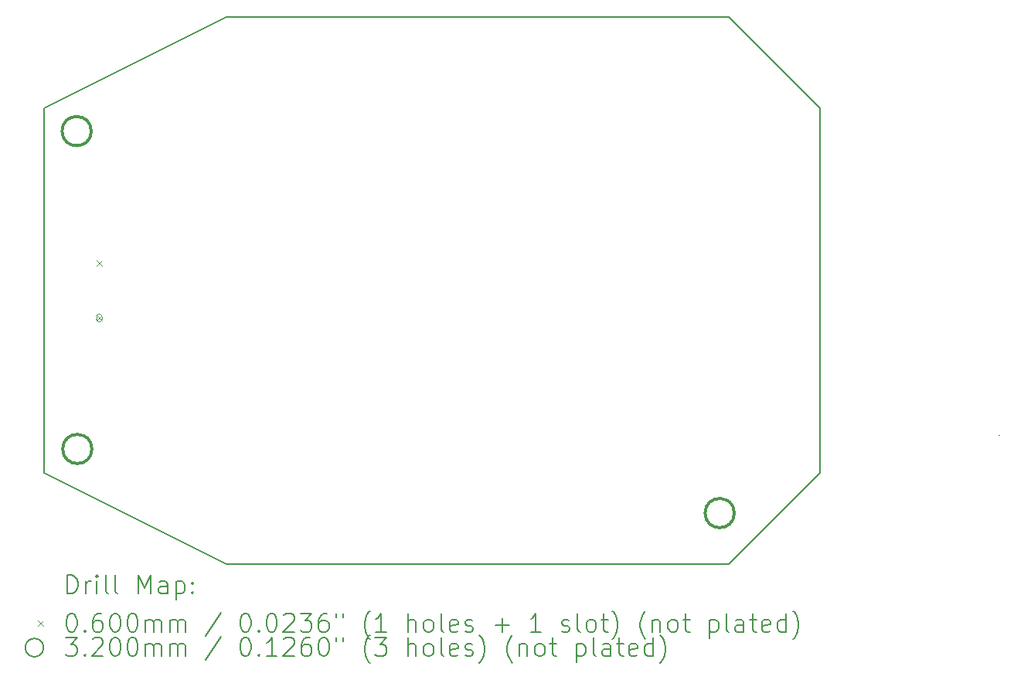
<source format=gbr>
%TF.GenerationSoftware,KiCad,Pcbnew,7.0.9*%
%TF.CreationDate,2024-01-25T12:40:42-06:00*%
%TF.ProjectId,Stupid_FOCer,53747570-6964-45f4-964f-4365722e6b69,1*%
%TF.SameCoordinates,Original*%
%TF.FileFunction,Drillmap*%
%TF.FilePolarity,Positive*%
%FSLAX45Y45*%
G04 Gerber Fmt 4.5, Leading zero omitted, Abs format (unit mm)*
G04 Created by KiCad (PCBNEW 7.0.9) date 2024-01-25 12:40:42*
%MOMM*%
%LPD*%
G01*
G04 APERTURE LIST*
%ADD10C,0.150000*%
%ADD11C,0.200000*%
%ADD12C,0.100000*%
%ADD13C,0.320000*%
G04 APERTURE END LIST*
D10*
X12000000Y-13000000D02*
X17500000Y-13000000D01*
X10000000Y-12000000D02*
X12000000Y-13000000D01*
X18500000Y-8000000D02*
X17500000Y-7000000D01*
X18500000Y-12000000D02*
X18500000Y-8000000D01*
X10000000Y-8000000D02*
X12000000Y-7000000D01*
X10000000Y-8000000D02*
X10000000Y-12000000D01*
X20460876Y-11582500D02*
X20460876Y-11582500D01*
X17500000Y-7000000D02*
X12000000Y-7000000D01*
X17500000Y-13000000D02*
X18500000Y-12000000D01*
D11*
D12*
X10571036Y-9670000D02*
X10631036Y-9730000D01*
X10631036Y-9670000D02*
X10571036Y-9730000D01*
X10571036Y-10270000D02*
X10631036Y-10330000D01*
X10631036Y-10270000D02*
X10571036Y-10330000D01*
X10571036Y-10287500D02*
X10571036Y-10312500D01*
X10571036Y-10312500D02*
G75*
G03*
X10631036Y-10312500I30000J0D01*
G01*
X10631036Y-10312500D02*
X10631036Y-10287500D01*
X10631036Y-10287500D02*
G75*
G03*
X10571036Y-10287500I-30000J0D01*
G01*
D13*
X10515000Y-8252500D02*
G75*
G03*
X10515000Y-8252500I-160000J0D01*
G01*
X10522500Y-11735000D02*
G75*
G03*
X10522500Y-11735000I-160000J0D01*
G01*
X17560000Y-12437500D02*
G75*
G03*
X17560000Y-12437500I-160000J0D01*
G01*
D11*
X10253277Y-13318984D02*
X10253277Y-13118984D01*
X10253277Y-13118984D02*
X10300896Y-13118984D01*
X10300896Y-13118984D02*
X10329467Y-13128508D01*
X10329467Y-13128508D02*
X10348515Y-13147555D01*
X10348515Y-13147555D02*
X10358039Y-13166603D01*
X10358039Y-13166603D02*
X10367563Y-13204698D01*
X10367563Y-13204698D02*
X10367563Y-13233269D01*
X10367563Y-13233269D02*
X10358039Y-13271365D01*
X10358039Y-13271365D02*
X10348515Y-13290412D01*
X10348515Y-13290412D02*
X10329467Y-13309460D01*
X10329467Y-13309460D02*
X10300896Y-13318984D01*
X10300896Y-13318984D02*
X10253277Y-13318984D01*
X10453277Y-13318984D02*
X10453277Y-13185650D01*
X10453277Y-13223746D02*
X10462801Y-13204698D01*
X10462801Y-13204698D02*
X10472324Y-13195174D01*
X10472324Y-13195174D02*
X10491372Y-13185650D01*
X10491372Y-13185650D02*
X10510420Y-13185650D01*
X10577086Y-13318984D02*
X10577086Y-13185650D01*
X10577086Y-13118984D02*
X10567563Y-13128508D01*
X10567563Y-13128508D02*
X10577086Y-13138031D01*
X10577086Y-13138031D02*
X10586610Y-13128508D01*
X10586610Y-13128508D02*
X10577086Y-13118984D01*
X10577086Y-13118984D02*
X10577086Y-13138031D01*
X10700896Y-13318984D02*
X10681848Y-13309460D01*
X10681848Y-13309460D02*
X10672324Y-13290412D01*
X10672324Y-13290412D02*
X10672324Y-13118984D01*
X10805658Y-13318984D02*
X10786610Y-13309460D01*
X10786610Y-13309460D02*
X10777086Y-13290412D01*
X10777086Y-13290412D02*
X10777086Y-13118984D01*
X11034229Y-13318984D02*
X11034229Y-13118984D01*
X11034229Y-13118984D02*
X11100896Y-13261841D01*
X11100896Y-13261841D02*
X11167563Y-13118984D01*
X11167563Y-13118984D02*
X11167563Y-13318984D01*
X11348515Y-13318984D02*
X11348515Y-13214222D01*
X11348515Y-13214222D02*
X11338991Y-13195174D01*
X11338991Y-13195174D02*
X11319943Y-13185650D01*
X11319943Y-13185650D02*
X11281848Y-13185650D01*
X11281848Y-13185650D02*
X11262801Y-13195174D01*
X11348515Y-13309460D02*
X11329467Y-13318984D01*
X11329467Y-13318984D02*
X11281848Y-13318984D01*
X11281848Y-13318984D02*
X11262801Y-13309460D01*
X11262801Y-13309460D02*
X11253277Y-13290412D01*
X11253277Y-13290412D02*
X11253277Y-13271365D01*
X11253277Y-13271365D02*
X11262801Y-13252317D01*
X11262801Y-13252317D02*
X11281848Y-13242793D01*
X11281848Y-13242793D02*
X11329467Y-13242793D01*
X11329467Y-13242793D02*
X11348515Y-13233269D01*
X11443753Y-13185650D02*
X11443753Y-13385650D01*
X11443753Y-13195174D02*
X11462801Y-13185650D01*
X11462801Y-13185650D02*
X11500896Y-13185650D01*
X11500896Y-13185650D02*
X11519943Y-13195174D01*
X11519943Y-13195174D02*
X11529467Y-13204698D01*
X11529467Y-13204698D02*
X11538991Y-13223746D01*
X11538991Y-13223746D02*
X11538991Y-13280888D01*
X11538991Y-13280888D02*
X11529467Y-13299936D01*
X11529467Y-13299936D02*
X11519943Y-13309460D01*
X11519943Y-13309460D02*
X11500896Y-13318984D01*
X11500896Y-13318984D02*
X11462801Y-13318984D01*
X11462801Y-13318984D02*
X11443753Y-13309460D01*
X11624705Y-13299936D02*
X11634229Y-13309460D01*
X11634229Y-13309460D02*
X11624705Y-13318984D01*
X11624705Y-13318984D02*
X11615182Y-13309460D01*
X11615182Y-13309460D02*
X11624705Y-13299936D01*
X11624705Y-13299936D02*
X11624705Y-13318984D01*
X11624705Y-13195174D02*
X11634229Y-13204698D01*
X11634229Y-13204698D02*
X11624705Y-13214222D01*
X11624705Y-13214222D02*
X11615182Y-13204698D01*
X11615182Y-13204698D02*
X11624705Y-13195174D01*
X11624705Y-13195174D02*
X11624705Y-13214222D01*
D12*
X9932500Y-13617500D02*
X9992500Y-13677500D01*
X9992500Y-13617500D02*
X9932500Y-13677500D01*
D11*
X10291372Y-13538984D02*
X10310420Y-13538984D01*
X10310420Y-13538984D02*
X10329467Y-13548508D01*
X10329467Y-13548508D02*
X10338991Y-13558031D01*
X10338991Y-13558031D02*
X10348515Y-13577079D01*
X10348515Y-13577079D02*
X10358039Y-13615174D01*
X10358039Y-13615174D02*
X10358039Y-13662793D01*
X10358039Y-13662793D02*
X10348515Y-13700888D01*
X10348515Y-13700888D02*
X10338991Y-13719936D01*
X10338991Y-13719936D02*
X10329467Y-13729460D01*
X10329467Y-13729460D02*
X10310420Y-13738984D01*
X10310420Y-13738984D02*
X10291372Y-13738984D01*
X10291372Y-13738984D02*
X10272324Y-13729460D01*
X10272324Y-13729460D02*
X10262801Y-13719936D01*
X10262801Y-13719936D02*
X10253277Y-13700888D01*
X10253277Y-13700888D02*
X10243753Y-13662793D01*
X10243753Y-13662793D02*
X10243753Y-13615174D01*
X10243753Y-13615174D02*
X10253277Y-13577079D01*
X10253277Y-13577079D02*
X10262801Y-13558031D01*
X10262801Y-13558031D02*
X10272324Y-13548508D01*
X10272324Y-13548508D02*
X10291372Y-13538984D01*
X10443753Y-13719936D02*
X10453277Y-13729460D01*
X10453277Y-13729460D02*
X10443753Y-13738984D01*
X10443753Y-13738984D02*
X10434229Y-13729460D01*
X10434229Y-13729460D02*
X10443753Y-13719936D01*
X10443753Y-13719936D02*
X10443753Y-13738984D01*
X10624705Y-13538984D02*
X10586610Y-13538984D01*
X10586610Y-13538984D02*
X10567563Y-13548508D01*
X10567563Y-13548508D02*
X10558039Y-13558031D01*
X10558039Y-13558031D02*
X10538991Y-13586603D01*
X10538991Y-13586603D02*
X10529467Y-13624698D01*
X10529467Y-13624698D02*
X10529467Y-13700888D01*
X10529467Y-13700888D02*
X10538991Y-13719936D01*
X10538991Y-13719936D02*
X10548515Y-13729460D01*
X10548515Y-13729460D02*
X10567563Y-13738984D01*
X10567563Y-13738984D02*
X10605658Y-13738984D01*
X10605658Y-13738984D02*
X10624705Y-13729460D01*
X10624705Y-13729460D02*
X10634229Y-13719936D01*
X10634229Y-13719936D02*
X10643753Y-13700888D01*
X10643753Y-13700888D02*
X10643753Y-13653269D01*
X10643753Y-13653269D02*
X10634229Y-13634222D01*
X10634229Y-13634222D02*
X10624705Y-13624698D01*
X10624705Y-13624698D02*
X10605658Y-13615174D01*
X10605658Y-13615174D02*
X10567563Y-13615174D01*
X10567563Y-13615174D02*
X10548515Y-13624698D01*
X10548515Y-13624698D02*
X10538991Y-13634222D01*
X10538991Y-13634222D02*
X10529467Y-13653269D01*
X10767563Y-13538984D02*
X10786610Y-13538984D01*
X10786610Y-13538984D02*
X10805658Y-13548508D01*
X10805658Y-13548508D02*
X10815182Y-13558031D01*
X10815182Y-13558031D02*
X10824705Y-13577079D01*
X10824705Y-13577079D02*
X10834229Y-13615174D01*
X10834229Y-13615174D02*
X10834229Y-13662793D01*
X10834229Y-13662793D02*
X10824705Y-13700888D01*
X10824705Y-13700888D02*
X10815182Y-13719936D01*
X10815182Y-13719936D02*
X10805658Y-13729460D01*
X10805658Y-13729460D02*
X10786610Y-13738984D01*
X10786610Y-13738984D02*
X10767563Y-13738984D01*
X10767563Y-13738984D02*
X10748515Y-13729460D01*
X10748515Y-13729460D02*
X10738991Y-13719936D01*
X10738991Y-13719936D02*
X10729467Y-13700888D01*
X10729467Y-13700888D02*
X10719944Y-13662793D01*
X10719944Y-13662793D02*
X10719944Y-13615174D01*
X10719944Y-13615174D02*
X10729467Y-13577079D01*
X10729467Y-13577079D02*
X10738991Y-13558031D01*
X10738991Y-13558031D02*
X10748515Y-13548508D01*
X10748515Y-13548508D02*
X10767563Y-13538984D01*
X10958039Y-13538984D02*
X10977086Y-13538984D01*
X10977086Y-13538984D02*
X10996134Y-13548508D01*
X10996134Y-13548508D02*
X11005658Y-13558031D01*
X11005658Y-13558031D02*
X11015182Y-13577079D01*
X11015182Y-13577079D02*
X11024705Y-13615174D01*
X11024705Y-13615174D02*
X11024705Y-13662793D01*
X11024705Y-13662793D02*
X11015182Y-13700888D01*
X11015182Y-13700888D02*
X11005658Y-13719936D01*
X11005658Y-13719936D02*
X10996134Y-13729460D01*
X10996134Y-13729460D02*
X10977086Y-13738984D01*
X10977086Y-13738984D02*
X10958039Y-13738984D01*
X10958039Y-13738984D02*
X10938991Y-13729460D01*
X10938991Y-13729460D02*
X10929467Y-13719936D01*
X10929467Y-13719936D02*
X10919944Y-13700888D01*
X10919944Y-13700888D02*
X10910420Y-13662793D01*
X10910420Y-13662793D02*
X10910420Y-13615174D01*
X10910420Y-13615174D02*
X10919944Y-13577079D01*
X10919944Y-13577079D02*
X10929467Y-13558031D01*
X10929467Y-13558031D02*
X10938991Y-13548508D01*
X10938991Y-13548508D02*
X10958039Y-13538984D01*
X11110420Y-13738984D02*
X11110420Y-13605650D01*
X11110420Y-13624698D02*
X11119944Y-13615174D01*
X11119944Y-13615174D02*
X11138991Y-13605650D01*
X11138991Y-13605650D02*
X11167563Y-13605650D01*
X11167563Y-13605650D02*
X11186610Y-13615174D01*
X11186610Y-13615174D02*
X11196134Y-13634222D01*
X11196134Y-13634222D02*
X11196134Y-13738984D01*
X11196134Y-13634222D02*
X11205658Y-13615174D01*
X11205658Y-13615174D02*
X11224705Y-13605650D01*
X11224705Y-13605650D02*
X11253277Y-13605650D01*
X11253277Y-13605650D02*
X11272324Y-13615174D01*
X11272324Y-13615174D02*
X11281848Y-13634222D01*
X11281848Y-13634222D02*
X11281848Y-13738984D01*
X11377086Y-13738984D02*
X11377086Y-13605650D01*
X11377086Y-13624698D02*
X11386610Y-13615174D01*
X11386610Y-13615174D02*
X11405658Y-13605650D01*
X11405658Y-13605650D02*
X11434229Y-13605650D01*
X11434229Y-13605650D02*
X11453277Y-13615174D01*
X11453277Y-13615174D02*
X11462801Y-13634222D01*
X11462801Y-13634222D02*
X11462801Y-13738984D01*
X11462801Y-13634222D02*
X11472324Y-13615174D01*
X11472324Y-13615174D02*
X11491372Y-13605650D01*
X11491372Y-13605650D02*
X11519943Y-13605650D01*
X11519943Y-13605650D02*
X11538991Y-13615174D01*
X11538991Y-13615174D02*
X11548515Y-13634222D01*
X11548515Y-13634222D02*
X11548515Y-13738984D01*
X11938991Y-13529460D02*
X11767563Y-13786603D01*
X12196134Y-13538984D02*
X12215182Y-13538984D01*
X12215182Y-13538984D02*
X12234229Y-13548508D01*
X12234229Y-13548508D02*
X12243753Y-13558031D01*
X12243753Y-13558031D02*
X12253277Y-13577079D01*
X12253277Y-13577079D02*
X12262801Y-13615174D01*
X12262801Y-13615174D02*
X12262801Y-13662793D01*
X12262801Y-13662793D02*
X12253277Y-13700888D01*
X12253277Y-13700888D02*
X12243753Y-13719936D01*
X12243753Y-13719936D02*
X12234229Y-13729460D01*
X12234229Y-13729460D02*
X12215182Y-13738984D01*
X12215182Y-13738984D02*
X12196134Y-13738984D01*
X12196134Y-13738984D02*
X12177086Y-13729460D01*
X12177086Y-13729460D02*
X12167563Y-13719936D01*
X12167563Y-13719936D02*
X12158039Y-13700888D01*
X12158039Y-13700888D02*
X12148515Y-13662793D01*
X12148515Y-13662793D02*
X12148515Y-13615174D01*
X12148515Y-13615174D02*
X12158039Y-13577079D01*
X12158039Y-13577079D02*
X12167563Y-13558031D01*
X12167563Y-13558031D02*
X12177086Y-13548508D01*
X12177086Y-13548508D02*
X12196134Y-13538984D01*
X12348515Y-13719936D02*
X12358039Y-13729460D01*
X12358039Y-13729460D02*
X12348515Y-13738984D01*
X12348515Y-13738984D02*
X12338991Y-13729460D01*
X12338991Y-13729460D02*
X12348515Y-13719936D01*
X12348515Y-13719936D02*
X12348515Y-13738984D01*
X12481848Y-13538984D02*
X12500896Y-13538984D01*
X12500896Y-13538984D02*
X12519944Y-13548508D01*
X12519944Y-13548508D02*
X12529467Y-13558031D01*
X12529467Y-13558031D02*
X12538991Y-13577079D01*
X12538991Y-13577079D02*
X12548515Y-13615174D01*
X12548515Y-13615174D02*
X12548515Y-13662793D01*
X12548515Y-13662793D02*
X12538991Y-13700888D01*
X12538991Y-13700888D02*
X12529467Y-13719936D01*
X12529467Y-13719936D02*
X12519944Y-13729460D01*
X12519944Y-13729460D02*
X12500896Y-13738984D01*
X12500896Y-13738984D02*
X12481848Y-13738984D01*
X12481848Y-13738984D02*
X12462801Y-13729460D01*
X12462801Y-13729460D02*
X12453277Y-13719936D01*
X12453277Y-13719936D02*
X12443753Y-13700888D01*
X12443753Y-13700888D02*
X12434229Y-13662793D01*
X12434229Y-13662793D02*
X12434229Y-13615174D01*
X12434229Y-13615174D02*
X12443753Y-13577079D01*
X12443753Y-13577079D02*
X12453277Y-13558031D01*
X12453277Y-13558031D02*
X12462801Y-13548508D01*
X12462801Y-13548508D02*
X12481848Y-13538984D01*
X12624706Y-13558031D02*
X12634229Y-13548508D01*
X12634229Y-13548508D02*
X12653277Y-13538984D01*
X12653277Y-13538984D02*
X12700896Y-13538984D01*
X12700896Y-13538984D02*
X12719944Y-13548508D01*
X12719944Y-13548508D02*
X12729467Y-13558031D01*
X12729467Y-13558031D02*
X12738991Y-13577079D01*
X12738991Y-13577079D02*
X12738991Y-13596127D01*
X12738991Y-13596127D02*
X12729467Y-13624698D01*
X12729467Y-13624698D02*
X12615182Y-13738984D01*
X12615182Y-13738984D02*
X12738991Y-13738984D01*
X12805658Y-13538984D02*
X12929467Y-13538984D01*
X12929467Y-13538984D02*
X12862801Y-13615174D01*
X12862801Y-13615174D02*
X12891372Y-13615174D01*
X12891372Y-13615174D02*
X12910420Y-13624698D01*
X12910420Y-13624698D02*
X12919944Y-13634222D01*
X12919944Y-13634222D02*
X12929467Y-13653269D01*
X12929467Y-13653269D02*
X12929467Y-13700888D01*
X12929467Y-13700888D02*
X12919944Y-13719936D01*
X12919944Y-13719936D02*
X12910420Y-13729460D01*
X12910420Y-13729460D02*
X12891372Y-13738984D01*
X12891372Y-13738984D02*
X12834229Y-13738984D01*
X12834229Y-13738984D02*
X12815182Y-13729460D01*
X12815182Y-13729460D02*
X12805658Y-13719936D01*
X13100896Y-13538984D02*
X13062801Y-13538984D01*
X13062801Y-13538984D02*
X13043753Y-13548508D01*
X13043753Y-13548508D02*
X13034229Y-13558031D01*
X13034229Y-13558031D02*
X13015182Y-13586603D01*
X13015182Y-13586603D02*
X13005658Y-13624698D01*
X13005658Y-13624698D02*
X13005658Y-13700888D01*
X13005658Y-13700888D02*
X13015182Y-13719936D01*
X13015182Y-13719936D02*
X13024706Y-13729460D01*
X13024706Y-13729460D02*
X13043753Y-13738984D01*
X13043753Y-13738984D02*
X13081848Y-13738984D01*
X13081848Y-13738984D02*
X13100896Y-13729460D01*
X13100896Y-13729460D02*
X13110420Y-13719936D01*
X13110420Y-13719936D02*
X13119944Y-13700888D01*
X13119944Y-13700888D02*
X13119944Y-13653269D01*
X13119944Y-13653269D02*
X13110420Y-13634222D01*
X13110420Y-13634222D02*
X13100896Y-13624698D01*
X13100896Y-13624698D02*
X13081848Y-13615174D01*
X13081848Y-13615174D02*
X13043753Y-13615174D01*
X13043753Y-13615174D02*
X13024706Y-13624698D01*
X13024706Y-13624698D02*
X13015182Y-13634222D01*
X13015182Y-13634222D02*
X13005658Y-13653269D01*
X13196134Y-13538984D02*
X13196134Y-13577079D01*
X13272325Y-13538984D02*
X13272325Y-13577079D01*
X13567563Y-13815174D02*
X13558039Y-13805650D01*
X13558039Y-13805650D02*
X13538991Y-13777079D01*
X13538991Y-13777079D02*
X13529468Y-13758031D01*
X13529468Y-13758031D02*
X13519944Y-13729460D01*
X13519944Y-13729460D02*
X13510420Y-13681841D01*
X13510420Y-13681841D02*
X13510420Y-13643746D01*
X13510420Y-13643746D02*
X13519944Y-13596127D01*
X13519944Y-13596127D02*
X13529468Y-13567555D01*
X13529468Y-13567555D02*
X13538991Y-13548508D01*
X13538991Y-13548508D02*
X13558039Y-13519936D01*
X13558039Y-13519936D02*
X13567563Y-13510412D01*
X13748515Y-13738984D02*
X13634229Y-13738984D01*
X13691372Y-13738984D02*
X13691372Y-13538984D01*
X13691372Y-13538984D02*
X13672325Y-13567555D01*
X13672325Y-13567555D02*
X13653277Y-13586603D01*
X13653277Y-13586603D02*
X13634229Y-13596127D01*
X13986610Y-13738984D02*
X13986610Y-13538984D01*
X14072325Y-13738984D02*
X14072325Y-13634222D01*
X14072325Y-13634222D02*
X14062801Y-13615174D01*
X14062801Y-13615174D02*
X14043753Y-13605650D01*
X14043753Y-13605650D02*
X14015182Y-13605650D01*
X14015182Y-13605650D02*
X13996134Y-13615174D01*
X13996134Y-13615174D02*
X13986610Y-13624698D01*
X14196134Y-13738984D02*
X14177087Y-13729460D01*
X14177087Y-13729460D02*
X14167563Y-13719936D01*
X14167563Y-13719936D02*
X14158039Y-13700888D01*
X14158039Y-13700888D02*
X14158039Y-13643746D01*
X14158039Y-13643746D02*
X14167563Y-13624698D01*
X14167563Y-13624698D02*
X14177087Y-13615174D01*
X14177087Y-13615174D02*
X14196134Y-13605650D01*
X14196134Y-13605650D02*
X14224706Y-13605650D01*
X14224706Y-13605650D02*
X14243753Y-13615174D01*
X14243753Y-13615174D02*
X14253277Y-13624698D01*
X14253277Y-13624698D02*
X14262801Y-13643746D01*
X14262801Y-13643746D02*
X14262801Y-13700888D01*
X14262801Y-13700888D02*
X14253277Y-13719936D01*
X14253277Y-13719936D02*
X14243753Y-13729460D01*
X14243753Y-13729460D02*
X14224706Y-13738984D01*
X14224706Y-13738984D02*
X14196134Y-13738984D01*
X14377087Y-13738984D02*
X14358039Y-13729460D01*
X14358039Y-13729460D02*
X14348515Y-13710412D01*
X14348515Y-13710412D02*
X14348515Y-13538984D01*
X14529468Y-13729460D02*
X14510420Y-13738984D01*
X14510420Y-13738984D02*
X14472325Y-13738984D01*
X14472325Y-13738984D02*
X14453277Y-13729460D01*
X14453277Y-13729460D02*
X14443753Y-13710412D01*
X14443753Y-13710412D02*
X14443753Y-13634222D01*
X14443753Y-13634222D02*
X14453277Y-13615174D01*
X14453277Y-13615174D02*
X14472325Y-13605650D01*
X14472325Y-13605650D02*
X14510420Y-13605650D01*
X14510420Y-13605650D02*
X14529468Y-13615174D01*
X14529468Y-13615174D02*
X14538991Y-13634222D01*
X14538991Y-13634222D02*
X14538991Y-13653269D01*
X14538991Y-13653269D02*
X14443753Y-13672317D01*
X14615182Y-13729460D02*
X14634230Y-13738984D01*
X14634230Y-13738984D02*
X14672325Y-13738984D01*
X14672325Y-13738984D02*
X14691372Y-13729460D01*
X14691372Y-13729460D02*
X14700896Y-13710412D01*
X14700896Y-13710412D02*
X14700896Y-13700888D01*
X14700896Y-13700888D02*
X14691372Y-13681841D01*
X14691372Y-13681841D02*
X14672325Y-13672317D01*
X14672325Y-13672317D02*
X14643753Y-13672317D01*
X14643753Y-13672317D02*
X14624706Y-13662793D01*
X14624706Y-13662793D02*
X14615182Y-13643746D01*
X14615182Y-13643746D02*
X14615182Y-13634222D01*
X14615182Y-13634222D02*
X14624706Y-13615174D01*
X14624706Y-13615174D02*
X14643753Y-13605650D01*
X14643753Y-13605650D02*
X14672325Y-13605650D01*
X14672325Y-13605650D02*
X14691372Y-13615174D01*
X14938992Y-13662793D02*
X15091373Y-13662793D01*
X15015182Y-13738984D02*
X15015182Y-13586603D01*
X15443753Y-13738984D02*
X15329468Y-13738984D01*
X15386611Y-13738984D02*
X15386611Y-13538984D01*
X15386611Y-13538984D02*
X15367563Y-13567555D01*
X15367563Y-13567555D02*
X15348515Y-13586603D01*
X15348515Y-13586603D02*
X15329468Y-13596127D01*
X15672325Y-13729460D02*
X15691373Y-13738984D01*
X15691373Y-13738984D02*
X15729468Y-13738984D01*
X15729468Y-13738984D02*
X15748515Y-13729460D01*
X15748515Y-13729460D02*
X15758039Y-13710412D01*
X15758039Y-13710412D02*
X15758039Y-13700888D01*
X15758039Y-13700888D02*
X15748515Y-13681841D01*
X15748515Y-13681841D02*
X15729468Y-13672317D01*
X15729468Y-13672317D02*
X15700896Y-13672317D01*
X15700896Y-13672317D02*
X15681849Y-13662793D01*
X15681849Y-13662793D02*
X15672325Y-13643746D01*
X15672325Y-13643746D02*
X15672325Y-13634222D01*
X15672325Y-13634222D02*
X15681849Y-13615174D01*
X15681849Y-13615174D02*
X15700896Y-13605650D01*
X15700896Y-13605650D02*
X15729468Y-13605650D01*
X15729468Y-13605650D02*
X15748515Y-13615174D01*
X15872325Y-13738984D02*
X15853277Y-13729460D01*
X15853277Y-13729460D02*
X15843754Y-13710412D01*
X15843754Y-13710412D02*
X15843754Y-13538984D01*
X15977087Y-13738984D02*
X15958039Y-13729460D01*
X15958039Y-13729460D02*
X15948515Y-13719936D01*
X15948515Y-13719936D02*
X15938992Y-13700888D01*
X15938992Y-13700888D02*
X15938992Y-13643746D01*
X15938992Y-13643746D02*
X15948515Y-13624698D01*
X15948515Y-13624698D02*
X15958039Y-13615174D01*
X15958039Y-13615174D02*
X15977087Y-13605650D01*
X15977087Y-13605650D02*
X16005658Y-13605650D01*
X16005658Y-13605650D02*
X16024706Y-13615174D01*
X16024706Y-13615174D02*
X16034230Y-13624698D01*
X16034230Y-13624698D02*
X16043754Y-13643746D01*
X16043754Y-13643746D02*
X16043754Y-13700888D01*
X16043754Y-13700888D02*
X16034230Y-13719936D01*
X16034230Y-13719936D02*
X16024706Y-13729460D01*
X16024706Y-13729460D02*
X16005658Y-13738984D01*
X16005658Y-13738984D02*
X15977087Y-13738984D01*
X16100896Y-13605650D02*
X16177087Y-13605650D01*
X16129468Y-13538984D02*
X16129468Y-13710412D01*
X16129468Y-13710412D02*
X16138992Y-13729460D01*
X16138992Y-13729460D02*
X16158039Y-13738984D01*
X16158039Y-13738984D02*
X16177087Y-13738984D01*
X16224706Y-13815174D02*
X16234230Y-13805650D01*
X16234230Y-13805650D02*
X16253277Y-13777079D01*
X16253277Y-13777079D02*
X16262801Y-13758031D01*
X16262801Y-13758031D02*
X16272325Y-13729460D01*
X16272325Y-13729460D02*
X16281849Y-13681841D01*
X16281849Y-13681841D02*
X16281849Y-13643746D01*
X16281849Y-13643746D02*
X16272325Y-13596127D01*
X16272325Y-13596127D02*
X16262801Y-13567555D01*
X16262801Y-13567555D02*
X16253277Y-13548508D01*
X16253277Y-13548508D02*
X16234230Y-13519936D01*
X16234230Y-13519936D02*
X16224706Y-13510412D01*
X16586611Y-13815174D02*
X16577087Y-13805650D01*
X16577087Y-13805650D02*
X16558039Y-13777079D01*
X16558039Y-13777079D02*
X16548515Y-13758031D01*
X16548515Y-13758031D02*
X16538992Y-13729460D01*
X16538992Y-13729460D02*
X16529468Y-13681841D01*
X16529468Y-13681841D02*
X16529468Y-13643746D01*
X16529468Y-13643746D02*
X16538992Y-13596127D01*
X16538992Y-13596127D02*
X16548515Y-13567555D01*
X16548515Y-13567555D02*
X16558039Y-13548508D01*
X16558039Y-13548508D02*
X16577087Y-13519936D01*
X16577087Y-13519936D02*
X16586611Y-13510412D01*
X16662801Y-13605650D02*
X16662801Y-13738984D01*
X16662801Y-13624698D02*
X16672325Y-13615174D01*
X16672325Y-13615174D02*
X16691373Y-13605650D01*
X16691373Y-13605650D02*
X16719944Y-13605650D01*
X16719944Y-13605650D02*
X16738992Y-13615174D01*
X16738992Y-13615174D02*
X16748515Y-13634222D01*
X16748515Y-13634222D02*
X16748515Y-13738984D01*
X16872325Y-13738984D02*
X16853277Y-13729460D01*
X16853277Y-13729460D02*
X16843754Y-13719936D01*
X16843754Y-13719936D02*
X16834230Y-13700888D01*
X16834230Y-13700888D02*
X16834230Y-13643746D01*
X16834230Y-13643746D02*
X16843754Y-13624698D01*
X16843754Y-13624698D02*
X16853277Y-13615174D01*
X16853277Y-13615174D02*
X16872325Y-13605650D01*
X16872325Y-13605650D02*
X16900897Y-13605650D01*
X16900897Y-13605650D02*
X16919944Y-13615174D01*
X16919944Y-13615174D02*
X16929468Y-13624698D01*
X16929468Y-13624698D02*
X16938992Y-13643746D01*
X16938992Y-13643746D02*
X16938992Y-13700888D01*
X16938992Y-13700888D02*
X16929468Y-13719936D01*
X16929468Y-13719936D02*
X16919944Y-13729460D01*
X16919944Y-13729460D02*
X16900897Y-13738984D01*
X16900897Y-13738984D02*
X16872325Y-13738984D01*
X16996135Y-13605650D02*
X17072325Y-13605650D01*
X17024706Y-13538984D02*
X17024706Y-13710412D01*
X17024706Y-13710412D02*
X17034230Y-13729460D01*
X17034230Y-13729460D02*
X17053277Y-13738984D01*
X17053277Y-13738984D02*
X17072325Y-13738984D01*
X17291373Y-13605650D02*
X17291373Y-13805650D01*
X17291373Y-13615174D02*
X17310420Y-13605650D01*
X17310420Y-13605650D02*
X17348516Y-13605650D01*
X17348516Y-13605650D02*
X17367563Y-13615174D01*
X17367563Y-13615174D02*
X17377087Y-13624698D01*
X17377087Y-13624698D02*
X17386611Y-13643746D01*
X17386611Y-13643746D02*
X17386611Y-13700888D01*
X17386611Y-13700888D02*
X17377087Y-13719936D01*
X17377087Y-13719936D02*
X17367563Y-13729460D01*
X17367563Y-13729460D02*
X17348516Y-13738984D01*
X17348516Y-13738984D02*
X17310420Y-13738984D01*
X17310420Y-13738984D02*
X17291373Y-13729460D01*
X17500897Y-13738984D02*
X17481849Y-13729460D01*
X17481849Y-13729460D02*
X17472325Y-13710412D01*
X17472325Y-13710412D02*
X17472325Y-13538984D01*
X17662801Y-13738984D02*
X17662801Y-13634222D01*
X17662801Y-13634222D02*
X17653278Y-13615174D01*
X17653278Y-13615174D02*
X17634230Y-13605650D01*
X17634230Y-13605650D02*
X17596135Y-13605650D01*
X17596135Y-13605650D02*
X17577087Y-13615174D01*
X17662801Y-13729460D02*
X17643754Y-13738984D01*
X17643754Y-13738984D02*
X17596135Y-13738984D01*
X17596135Y-13738984D02*
X17577087Y-13729460D01*
X17577087Y-13729460D02*
X17567563Y-13710412D01*
X17567563Y-13710412D02*
X17567563Y-13691365D01*
X17567563Y-13691365D02*
X17577087Y-13672317D01*
X17577087Y-13672317D02*
X17596135Y-13662793D01*
X17596135Y-13662793D02*
X17643754Y-13662793D01*
X17643754Y-13662793D02*
X17662801Y-13653269D01*
X17729468Y-13605650D02*
X17805658Y-13605650D01*
X17758039Y-13538984D02*
X17758039Y-13710412D01*
X17758039Y-13710412D02*
X17767563Y-13729460D01*
X17767563Y-13729460D02*
X17786611Y-13738984D01*
X17786611Y-13738984D02*
X17805658Y-13738984D01*
X17948516Y-13729460D02*
X17929468Y-13738984D01*
X17929468Y-13738984D02*
X17891373Y-13738984D01*
X17891373Y-13738984D02*
X17872325Y-13729460D01*
X17872325Y-13729460D02*
X17862801Y-13710412D01*
X17862801Y-13710412D02*
X17862801Y-13634222D01*
X17862801Y-13634222D02*
X17872325Y-13615174D01*
X17872325Y-13615174D02*
X17891373Y-13605650D01*
X17891373Y-13605650D02*
X17929468Y-13605650D01*
X17929468Y-13605650D02*
X17948516Y-13615174D01*
X17948516Y-13615174D02*
X17958039Y-13634222D01*
X17958039Y-13634222D02*
X17958039Y-13653269D01*
X17958039Y-13653269D02*
X17862801Y-13672317D01*
X18129468Y-13738984D02*
X18129468Y-13538984D01*
X18129468Y-13729460D02*
X18110420Y-13738984D01*
X18110420Y-13738984D02*
X18072325Y-13738984D01*
X18072325Y-13738984D02*
X18053278Y-13729460D01*
X18053278Y-13729460D02*
X18043754Y-13719936D01*
X18043754Y-13719936D02*
X18034230Y-13700888D01*
X18034230Y-13700888D02*
X18034230Y-13643746D01*
X18034230Y-13643746D02*
X18043754Y-13624698D01*
X18043754Y-13624698D02*
X18053278Y-13615174D01*
X18053278Y-13615174D02*
X18072325Y-13605650D01*
X18072325Y-13605650D02*
X18110420Y-13605650D01*
X18110420Y-13605650D02*
X18129468Y-13615174D01*
X18205659Y-13815174D02*
X18215182Y-13805650D01*
X18215182Y-13805650D02*
X18234230Y-13777079D01*
X18234230Y-13777079D02*
X18243754Y-13758031D01*
X18243754Y-13758031D02*
X18253278Y-13729460D01*
X18253278Y-13729460D02*
X18262801Y-13681841D01*
X18262801Y-13681841D02*
X18262801Y-13643746D01*
X18262801Y-13643746D02*
X18253278Y-13596127D01*
X18253278Y-13596127D02*
X18243754Y-13567555D01*
X18243754Y-13567555D02*
X18234230Y-13548508D01*
X18234230Y-13548508D02*
X18215182Y-13519936D01*
X18215182Y-13519936D02*
X18205659Y-13510412D01*
X9992500Y-13911500D02*
G75*
G03*
X9992500Y-13911500I-100000J0D01*
G01*
X10234229Y-13802984D02*
X10358039Y-13802984D01*
X10358039Y-13802984D02*
X10291372Y-13879174D01*
X10291372Y-13879174D02*
X10319944Y-13879174D01*
X10319944Y-13879174D02*
X10338991Y-13888698D01*
X10338991Y-13888698D02*
X10348515Y-13898222D01*
X10348515Y-13898222D02*
X10358039Y-13917269D01*
X10358039Y-13917269D02*
X10358039Y-13964888D01*
X10358039Y-13964888D02*
X10348515Y-13983936D01*
X10348515Y-13983936D02*
X10338991Y-13993460D01*
X10338991Y-13993460D02*
X10319944Y-14002984D01*
X10319944Y-14002984D02*
X10262801Y-14002984D01*
X10262801Y-14002984D02*
X10243753Y-13993460D01*
X10243753Y-13993460D02*
X10234229Y-13983936D01*
X10443753Y-13983936D02*
X10453277Y-13993460D01*
X10453277Y-13993460D02*
X10443753Y-14002984D01*
X10443753Y-14002984D02*
X10434229Y-13993460D01*
X10434229Y-13993460D02*
X10443753Y-13983936D01*
X10443753Y-13983936D02*
X10443753Y-14002984D01*
X10529467Y-13822031D02*
X10538991Y-13812508D01*
X10538991Y-13812508D02*
X10558039Y-13802984D01*
X10558039Y-13802984D02*
X10605658Y-13802984D01*
X10605658Y-13802984D02*
X10624705Y-13812508D01*
X10624705Y-13812508D02*
X10634229Y-13822031D01*
X10634229Y-13822031D02*
X10643753Y-13841079D01*
X10643753Y-13841079D02*
X10643753Y-13860127D01*
X10643753Y-13860127D02*
X10634229Y-13888698D01*
X10634229Y-13888698D02*
X10519944Y-14002984D01*
X10519944Y-14002984D02*
X10643753Y-14002984D01*
X10767563Y-13802984D02*
X10786610Y-13802984D01*
X10786610Y-13802984D02*
X10805658Y-13812508D01*
X10805658Y-13812508D02*
X10815182Y-13822031D01*
X10815182Y-13822031D02*
X10824705Y-13841079D01*
X10824705Y-13841079D02*
X10834229Y-13879174D01*
X10834229Y-13879174D02*
X10834229Y-13926793D01*
X10834229Y-13926793D02*
X10824705Y-13964888D01*
X10824705Y-13964888D02*
X10815182Y-13983936D01*
X10815182Y-13983936D02*
X10805658Y-13993460D01*
X10805658Y-13993460D02*
X10786610Y-14002984D01*
X10786610Y-14002984D02*
X10767563Y-14002984D01*
X10767563Y-14002984D02*
X10748515Y-13993460D01*
X10748515Y-13993460D02*
X10738991Y-13983936D01*
X10738991Y-13983936D02*
X10729467Y-13964888D01*
X10729467Y-13964888D02*
X10719944Y-13926793D01*
X10719944Y-13926793D02*
X10719944Y-13879174D01*
X10719944Y-13879174D02*
X10729467Y-13841079D01*
X10729467Y-13841079D02*
X10738991Y-13822031D01*
X10738991Y-13822031D02*
X10748515Y-13812508D01*
X10748515Y-13812508D02*
X10767563Y-13802984D01*
X10958039Y-13802984D02*
X10977086Y-13802984D01*
X10977086Y-13802984D02*
X10996134Y-13812508D01*
X10996134Y-13812508D02*
X11005658Y-13822031D01*
X11005658Y-13822031D02*
X11015182Y-13841079D01*
X11015182Y-13841079D02*
X11024705Y-13879174D01*
X11024705Y-13879174D02*
X11024705Y-13926793D01*
X11024705Y-13926793D02*
X11015182Y-13964888D01*
X11015182Y-13964888D02*
X11005658Y-13983936D01*
X11005658Y-13983936D02*
X10996134Y-13993460D01*
X10996134Y-13993460D02*
X10977086Y-14002984D01*
X10977086Y-14002984D02*
X10958039Y-14002984D01*
X10958039Y-14002984D02*
X10938991Y-13993460D01*
X10938991Y-13993460D02*
X10929467Y-13983936D01*
X10929467Y-13983936D02*
X10919944Y-13964888D01*
X10919944Y-13964888D02*
X10910420Y-13926793D01*
X10910420Y-13926793D02*
X10910420Y-13879174D01*
X10910420Y-13879174D02*
X10919944Y-13841079D01*
X10919944Y-13841079D02*
X10929467Y-13822031D01*
X10929467Y-13822031D02*
X10938991Y-13812508D01*
X10938991Y-13812508D02*
X10958039Y-13802984D01*
X11110420Y-14002984D02*
X11110420Y-13869650D01*
X11110420Y-13888698D02*
X11119944Y-13879174D01*
X11119944Y-13879174D02*
X11138991Y-13869650D01*
X11138991Y-13869650D02*
X11167563Y-13869650D01*
X11167563Y-13869650D02*
X11186610Y-13879174D01*
X11186610Y-13879174D02*
X11196134Y-13898222D01*
X11196134Y-13898222D02*
X11196134Y-14002984D01*
X11196134Y-13898222D02*
X11205658Y-13879174D01*
X11205658Y-13879174D02*
X11224705Y-13869650D01*
X11224705Y-13869650D02*
X11253277Y-13869650D01*
X11253277Y-13869650D02*
X11272324Y-13879174D01*
X11272324Y-13879174D02*
X11281848Y-13898222D01*
X11281848Y-13898222D02*
X11281848Y-14002984D01*
X11377086Y-14002984D02*
X11377086Y-13869650D01*
X11377086Y-13888698D02*
X11386610Y-13879174D01*
X11386610Y-13879174D02*
X11405658Y-13869650D01*
X11405658Y-13869650D02*
X11434229Y-13869650D01*
X11434229Y-13869650D02*
X11453277Y-13879174D01*
X11453277Y-13879174D02*
X11462801Y-13898222D01*
X11462801Y-13898222D02*
X11462801Y-14002984D01*
X11462801Y-13898222D02*
X11472324Y-13879174D01*
X11472324Y-13879174D02*
X11491372Y-13869650D01*
X11491372Y-13869650D02*
X11519943Y-13869650D01*
X11519943Y-13869650D02*
X11538991Y-13879174D01*
X11538991Y-13879174D02*
X11548515Y-13898222D01*
X11548515Y-13898222D02*
X11548515Y-14002984D01*
X11938991Y-13793460D02*
X11767563Y-14050603D01*
X12196134Y-13802984D02*
X12215182Y-13802984D01*
X12215182Y-13802984D02*
X12234229Y-13812508D01*
X12234229Y-13812508D02*
X12243753Y-13822031D01*
X12243753Y-13822031D02*
X12253277Y-13841079D01*
X12253277Y-13841079D02*
X12262801Y-13879174D01*
X12262801Y-13879174D02*
X12262801Y-13926793D01*
X12262801Y-13926793D02*
X12253277Y-13964888D01*
X12253277Y-13964888D02*
X12243753Y-13983936D01*
X12243753Y-13983936D02*
X12234229Y-13993460D01*
X12234229Y-13993460D02*
X12215182Y-14002984D01*
X12215182Y-14002984D02*
X12196134Y-14002984D01*
X12196134Y-14002984D02*
X12177086Y-13993460D01*
X12177086Y-13993460D02*
X12167563Y-13983936D01*
X12167563Y-13983936D02*
X12158039Y-13964888D01*
X12158039Y-13964888D02*
X12148515Y-13926793D01*
X12148515Y-13926793D02*
X12148515Y-13879174D01*
X12148515Y-13879174D02*
X12158039Y-13841079D01*
X12158039Y-13841079D02*
X12167563Y-13822031D01*
X12167563Y-13822031D02*
X12177086Y-13812508D01*
X12177086Y-13812508D02*
X12196134Y-13802984D01*
X12348515Y-13983936D02*
X12358039Y-13993460D01*
X12358039Y-13993460D02*
X12348515Y-14002984D01*
X12348515Y-14002984D02*
X12338991Y-13993460D01*
X12338991Y-13993460D02*
X12348515Y-13983936D01*
X12348515Y-13983936D02*
X12348515Y-14002984D01*
X12548515Y-14002984D02*
X12434229Y-14002984D01*
X12491372Y-14002984D02*
X12491372Y-13802984D01*
X12491372Y-13802984D02*
X12472325Y-13831555D01*
X12472325Y-13831555D02*
X12453277Y-13850603D01*
X12453277Y-13850603D02*
X12434229Y-13860127D01*
X12624706Y-13822031D02*
X12634229Y-13812508D01*
X12634229Y-13812508D02*
X12653277Y-13802984D01*
X12653277Y-13802984D02*
X12700896Y-13802984D01*
X12700896Y-13802984D02*
X12719944Y-13812508D01*
X12719944Y-13812508D02*
X12729467Y-13822031D01*
X12729467Y-13822031D02*
X12738991Y-13841079D01*
X12738991Y-13841079D02*
X12738991Y-13860127D01*
X12738991Y-13860127D02*
X12729467Y-13888698D01*
X12729467Y-13888698D02*
X12615182Y-14002984D01*
X12615182Y-14002984D02*
X12738991Y-14002984D01*
X12910420Y-13802984D02*
X12872325Y-13802984D01*
X12872325Y-13802984D02*
X12853277Y-13812508D01*
X12853277Y-13812508D02*
X12843753Y-13822031D01*
X12843753Y-13822031D02*
X12824706Y-13850603D01*
X12824706Y-13850603D02*
X12815182Y-13888698D01*
X12815182Y-13888698D02*
X12815182Y-13964888D01*
X12815182Y-13964888D02*
X12824706Y-13983936D01*
X12824706Y-13983936D02*
X12834229Y-13993460D01*
X12834229Y-13993460D02*
X12853277Y-14002984D01*
X12853277Y-14002984D02*
X12891372Y-14002984D01*
X12891372Y-14002984D02*
X12910420Y-13993460D01*
X12910420Y-13993460D02*
X12919944Y-13983936D01*
X12919944Y-13983936D02*
X12929467Y-13964888D01*
X12929467Y-13964888D02*
X12929467Y-13917269D01*
X12929467Y-13917269D02*
X12919944Y-13898222D01*
X12919944Y-13898222D02*
X12910420Y-13888698D01*
X12910420Y-13888698D02*
X12891372Y-13879174D01*
X12891372Y-13879174D02*
X12853277Y-13879174D01*
X12853277Y-13879174D02*
X12834229Y-13888698D01*
X12834229Y-13888698D02*
X12824706Y-13898222D01*
X12824706Y-13898222D02*
X12815182Y-13917269D01*
X13053277Y-13802984D02*
X13072325Y-13802984D01*
X13072325Y-13802984D02*
X13091372Y-13812508D01*
X13091372Y-13812508D02*
X13100896Y-13822031D01*
X13100896Y-13822031D02*
X13110420Y-13841079D01*
X13110420Y-13841079D02*
X13119944Y-13879174D01*
X13119944Y-13879174D02*
X13119944Y-13926793D01*
X13119944Y-13926793D02*
X13110420Y-13964888D01*
X13110420Y-13964888D02*
X13100896Y-13983936D01*
X13100896Y-13983936D02*
X13091372Y-13993460D01*
X13091372Y-13993460D02*
X13072325Y-14002984D01*
X13072325Y-14002984D02*
X13053277Y-14002984D01*
X13053277Y-14002984D02*
X13034229Y-13993460D01*
X13034229Y-13993460D02*
X13024706Y-13983936D01*
X13024706Y-13983936D02*
X13015182Y-13964888D01*
X13015182Y-13964888D02*
X13005658Y-13926793D01*
X13005658Y-13926793D02*
X13005658Y-13879174D01*
X13005658Y-13879174D02*
X13015182Y-13841079D01*
X13015182Y-13841079D02*
X13024706Y-13822031D01*
X13024706Y-13822031D02*
X13034229Y-13812508D01*
X13034229Y-13812508D02*
X13053277Y-13802984D01*
X13196134Y-13802984D02*
X13196134Y-13841079D01*
X13272325Y-13802984D02*
X13272325Y-13841079D01*
X13567563Y-14079174D02*
X13558039Y-14069650D01*
X13558039Y-14069650D02*
X13538991Y-14041079D01*
X13538991Y-14041079D02*
X13529468Y-14022031D01*
X13529468Y-14022031D02*
X13519944Y-13993460D01*
X13519944Y-13993460D02*
X13510420Y-13945841D01*
X13510420Y-13945841D02*
X13510420Y-13907746D01*
X13510420Y-13907746D02*
X13519944Y-13860127D01*
X13519944Y-13860127D02*
X13529468Y-13831555D01*
X13529468Y-13831555D02*
X13538991Y-13812508D01*
X13538991Y-13812508D02*
X13558039Y-13783936D01*
X13558039Y-13783936D02*
X13567563Y-13774412D01*
X13624706Y-13802984D02*
X13748515Y-13802984D01*
X13748515Y-13802984D02*
X13681848Y-13879174D01*
X13681848Y-13879174D02*
X13710420Y-13879174D01*
X13710420Y-13879174D02*
X13729468Y-13888698D01*
X13729468Y-13888698D02*
X13738991Y-13898222D01*
X13738991Y-13898222D02*
X13748515Y-13917269D01*
X13748515Y-13917269D02*
X13748515Y-13964888D01*
X13748515Y-13964888D02*
X13738991Y-13983936D01*
X13738991Y-13983936D02*
X13729468Y-13993460D01*
X13729468Y-13993460D02*
X13710420Y-14002984D01*
X13710420Y-14002984D02*
X13653277Y-14002984D01*
X13653277Y-14002984D02*
X13634229Y-13993460D01*
X13634229Y-13993460D02*
X13624706Y-13983936D01*
X13986610Y-14002984D02*
X13986610Y-13802984D01*
X14072325Y-14002984D02*
X14072325Y-13898222D01*
X14072325Y-13898222D02*
X14062801Y-13879174D01*
X14062801Y-13879174D02*
X14043753Y-13869650D01*
X14043753Y-13869650D02*
X14015182Y-13869650D01*
X14015182Y-13869650D02*
X13996134Y-13879174D01*
X13996134Y-13879174D02*
X13986610Y-13888698D01*
X14196134Y-14002984D02*
X14177087Y-13993460D01*
X14177087Y-13993460D02*
X14167563Y-13983936D01*
X14167563Y-13983936D02*
X14158039Y-13964888D01*
X14158039Y-13964888D02*
X14158039Y-13907746D01*
X14158039Y-13907746D02*
X14167563Y-13888698D01*
X14167563Y-13888698D02*
X14177087Y-13879174D01*
X14177087Y-13879174D02*
X14196134Y-13869650D01*
X14196134Y-13869650D02*
X14224706Y-13869650D01*
X14224706Y-13869650D02*
X14243753Y-13879174D01*
X14243753Y-13879174D02*
X14253277Y-13888698D01*
X14253277Y-13888698D02*
X14262801Y-13907746D01*
X14262801Y-13907746D02*
X14262801Y-13964888D01*
X14262801Y-13964888D02*
X14253277Y-13983936D01*
X14253277Y-13983936D02*
X14243753Y-13993460D01*
X14243753Y-13993460D02*
X14224706Y-14002984D01*
X14224706Y-14002984D02*
X14196134Y-14002984D01*
X14377087Y-14002984D02*
X14358039Y-13993460D01*
X14358039Y-13993460D02*
X14348515Y-13974412D01*
X14348515Y-13974412D02*
X14348515Y-13802984D01*
X14529468Y-13993460D02*
X14510420Y-14002984D01*
X14510420Y-14002984D02*
X14472325Y-14002984D01*
X14472325Y-14002984D02*
X14453277Y-13993460D01*
X14453277Y-13993460D02*
X14443753Y-13974412D01*
X14443753Y-13974412D02*
X14443753Y-13898222D01*
X14443753Y-13898222D02*
X14453277Y-13879174D01*
X14453277Y-13879174D02*
X14472325Y-13869650D01*
X14472325Y-13869650D02*
X14510420Y-13869650D01*
X14510420Y-13869650D02*
X14529468Y-13879174D01*
X14529468Y-13879174D02*
X14538991Y-13898222D01*
X14538991Y-13898222D02*
X14538991Y-13917269D01*
X14538991Y-13917269D02*
X14443753Y-13936317D01*
X14615182Y-13993460D02*
X14634230Y-14002984D01*
X14634230Y-14002984D02*
X14672325Y-14002984D01*
X14672325Y-14002984D02*
X14691372Y-13993460D01*
X14691372Y-13993460D02*
X14700896Y-13974412D01*
X14700896Y-13974412D02*
X14700896Y-13964888D01*
X14700896Y-13964888D02*
X14691372Y-13945841D01*
X14691372Y-13945841D02*
X14672325Y-13936317D01*
X14672325Y-13936317D02*
X14643753Y-13936317D01*
X14643753Y-13936317D02*
X14624706Y-13926793D01*
X14624706Y-13926793D02*
X14615182Y-13907746D01*
X14615182Y-13907746D02*
X14615182Y-13898222D01*
X14615182Y-13898222D02*
X14624706Y-13879174D01*
X14624706Y-13879174D02*
X14643753Y-13869650D01*
X14643753Y-13869650D02*
X14672325Y-13869650D01*
X14672325Y-13869650D02*
X14691372Y-13879174D01*
X14767563Y-14079174D02*
X14777087Y-14069650D01*
X14777087Y-14069650D02*
X14796134Y-14041079D01*
X14796134Y-14041079D02*
X14805658Y-14022031D01*
X14805658Y-14022031D02*
X14815182Y-13993460D01*
X14815182Y-13993460D02*
X14824706Y-13945841D01*
X14824706Y-13945841D02*
X14824706Y-13907746D01*
X14824706Y-13907746D02*
X14815182Y-13860127D01*
X14815182Y-13860127D02*
X14805658Y-13831555D01*
X14805658Y-13831555D02*
X14796134Y-13812508D01*
X14796134Y-13812508D02*
X14777087Y-13783936D01*
X14777087Y-13783936D02*
X14767563Y-13774412D01*
X15129468Y-14079174D02*
X15119944Y-14069650D01*
X15119944Y-14069650D02*
X15100896Y-14041079D01*
X15100896Y-14041079D02*
X15091372Y-14022031D01*
X15091372Y-14022031D02*
X15081849Y-13993460D01*
X15081849Y-13993460D02*
X15072325Y-13945841D01*
X15072325Y-13945841D02*
X15072325Y-13907746D01*
X15072325Y-13907746D02*
X15081849Y-13860127D01*
X15081849Y-13860127D02*
X15091372Y-13831555D01*
X15091372Y-13831555D02*
X15100896Y-13812508D01*
X15100896Y-13812508D02*
X15119944Y-13783936D01*
X15119944Y-13783936D02*
X15129468Y-13774412D01*
X15205658Y-13869650D02*
X15205658Y-14002984D01*
X15205658Y-13888698D02*
X15215182Y-13879174D01*
X15215182Y-13879174D02*
X15234230Y-13869650D01*
X15234230Y-13869650D02*
X15262801Y-13869650D01*
X15262801Y-13869650D02*
X15281849Y-13879174D01*
X15281849Y-13879174D02*
X15291372Y-13898222D01*
X15291372Y-13898222D02*
X15291372Y-14002984D01*
X15415182Y-14002984D02*
X15396134Y-13993460D01*
X15396134Y-13993460D02*
X15386611Y-13983936D01*
X15386611Y-13983936D02*
X15377087Y-13964888D01*
X15377087Y-13964888D02*
X15377087Y-13907746D01*
X15377087Y-13907746D02*
X15386611Y-13888698D01*
X15386611Y-13888698D02*
X15396134Y-13879174D01*
X15396134Y-13879174D02*
X15415182Y-13869650D01*
X15415182Y-13869650D02*
X15443753Y-13869650D01*
X15443753Y-13869650D02*
X15462801Y-13879174D01*
X15462801Y-13879174D02*
X15472325Y-13888698D01*
X15472325Y-13888698D02*
X15481849Y-13907746D01*
X15481849Y-13907746D02*
X15481849Y-13964888D01*
X15481849Y-13964888D02*
X15472325Y-13983936D01*
X15472325Y-13983936D02*
X15462801Y-13993460D01*
X15462801Y-13993460D02*
X15443753Y-14002984D01*
X15443753Y-14002984D02*
X15415182Y-14002984D01*
X15538992Y-13869650D02*
X15615182Y-13869650D01*
X15567563Y-13802984D02*
X15567563Y-13974412D01*
X15567563Y-13974412D02*
X15577087Y-13993460D01*
X15577087Y-13993460D02*
X15596134Y-14002984D01*
X15596134Y-14002984D02*
X15615182Y-14002984D01*
X15834230Y-13869650D02*
X15834230Y-14069650D01*
X15834230Y-13879174D02*
X15853277Y-13869650D01*
X15853277Y-13869650D02*
X15891373Y-13869650D01*
X15891373Y-13869650D02*
X15910420Y-13879174D01*
X15910420Y-13879174D02*
X15919944Y-13888698D01*
X15919944Y-13888698D02*
X15929468Y-13907746D01*
X15929468Y-13907746D02*
X15929468Y-13964888D01*
X15929468Y-13964888D02*
X15919944Y-13983936D01*
X15919944Y-13983936D02*
X15910420Y-13993460D01*
X15910420Y-13993460D02*
X15891373Y-14002984D01*
X15891373Y-14002984D02*
X15853277Y-14002984D01*
X15853277Y-14002984D02*
X15834230Y-13993460D01*
X16043753Y-14002984D02*
X16024706Y-13993460D01*
X16024706Y-13993460D02*
X16015182Y-13974412D01*
X16015182Y-13974412D02*
X16015182Y-13802984D01*
X16205658Y-14002984D02*
X16205658Y-13898222D01*
X16205658Y-13898222D02*
X16196134Y-13879174D01*
X16196134Y-13879174D02*
X16177087Y-13869650D01*
X16177087Y-13869650D02*
X16138992Y-13869650D01*
X16138992Y-13869650D02*
X16119944Y-13879174D01*
X16205658Y-13993460D02*
X16186611Y-14002984D01*
X16186611Y-14002984D02*
X16138992Y-14002984D01*
X16138992Y-14002984D02*
X16119944Y-13993460D01*
X16119944Y-13993460D02*
X16110420Y-13974412D01*
X16110420Y-13974412D02*
X16110420Y-13955365D01*
X16110420Y-13955365D02*
X16119944Y-13936317D01*
X16119944Y-13936317D02*
X16138992Y-13926793D01*
X16138992Y-13926793D02*
X16186611Y-13926793D01*
X16186611Y-13926793D02*
X16205658Y-13917269D01*
X16272325Y-13869650D02*
X16348515Y-13869650D01*
X16300896Y-13802984D02*
X16300896Y-13974412D01*
X16300896Y-13974412D02*
X16310420Y-13993460D01*
X16310420Y-13993460D02*
X16329468Y-14002984D01*
X16329468Y-14002984D02*
X16348515Y-14002984D01*
X16491373Y-13993460D02*
X16472325Y-14002984D01*
X16472325Y-14002984D02*
X16434230Y-14002984D01*
X16434230Y-14002984D02*
X16415182Y-13993460D01*
X16415182Y-13993460D02*
X16405658Y-13974412D01*
X16405658Y-13974412D02*
X16405658Y-13898222D01*
X16405658Y-13898222D02*
X16415182Y-13879174D01*
X16415182Y-13879174D02*
X16434230Y-13869650D01*
X16434230Y-13869650D02*
X16472325Y-13869650D01*
X16472325Y-13869650D02*
X16491373Y-13879174D01*
X16491373Y-13879174D02*
X16500896Y-13898222D01*
X16500896Y-13898222D02*
X16500896Y-13917269D01*
X16500896Y-13917269D02*
X16405658Y-13936317D01*
X16672325Y-14002984D02*
X16672325Y-13802984D01*
X16672325Y-13993460D02*
X16653277Y-14002984D01*
X16653277Y-14002984D02*
X16615182Y-14002984D01*
X16615182Y-14002984D02*
X16596134Y-13993460D01*
X16596134Y-13993460D02*
X16586611Y-13983936D01*
X16586611Y-13983936D02*
X16577087Y-13964888D01*
X16577087Y-13964888D02*
X16577087Y-13907746D01*
X16577087Y-13907746D02*
X16586611Y-13888698D01*
X16586611Y-13888698D02*
X16596134Y-13879174D01*
X16596134Y-13879174D02*
X16615182Y-13869650D01*
X16615182Y-13869650D02*
X16653277Y-13869650D01*
X16653277Y-13869650D02*
X16672325Y-13879174D01*
X16748515Y-14079174D02*
X16758039Y-14069650D01*
X16758039Y-14069650D02*
X16777087Y-14041079D01*
X16777087Y-14041079D02*
X16786611Y-14022031D01*
X16786611Y-14022031D02*
X16796135Y-13993460D01*
X16796135Y-13993460D02*
X16805658Y-13945841D01*
X16805658Y-13945841D02*
X16805658Y-13907746D01*
X16805658Y-13907746D02*
X16796135Y-13860127D01*
X16796135Y-13860127D02*
X16786611Y-13831555D01*
X16786611Y-13831555D02*
X16777087Y-13812508D01*
X16777087Y-13812508D02*
X16758039Y-13783936D01*
X16758039Y-13783936D02*
X16748515Y-13774412D01*
M02*

</source>
